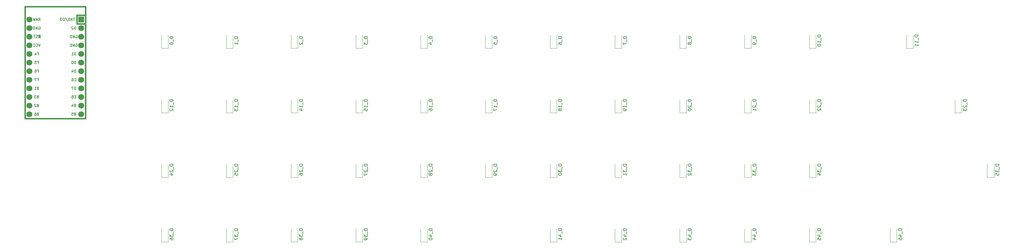
<source format=gbr>
G04 #@! TF.GenerationSoftware,KiCad,Pcbnew,(6.0.7)*
G04 #@! TF.CreationDate,2022-10-02T14:26:17-07:00*
G04 #@! TF.ProjectId,keyboard,6b657962-6f61-4726-942e-6b696361645f,rev?*
G04 #@! TF.SameCoordinates,Original*
G04 #@! TF.FileFunction,Legend,Bot*
G04 #@! TF.FilePolarity,Positive*
%FSLAX46Y46*%
G04 Gerber Fmt 4.6, Leading zero omitted, Abs format (unit mm)*
G04 Created by KiCad (PCBNEW (6.0.7)) date 2022-10-02 14:26:17*
%MOMM*%
%LPD*%
G01*
G04 APERTURE LIST*
%ADD10C,0.150000*%
%ADD11C,0.381000*%
%ADD12C,0.120000*%
%ADD13R,1.752600X1.752600*%
%ADD14C,1.752600*%
G04 APERTURE END LIST*
D10*
X72225934Y-54353857D02*
X72111648Y-54391952D01*
X72073553Y-54430047D01*
X72035458Y-54506238D01*
X72035458Y-54620523D01*
X72073553Y-54696714D01*
X72111648Y-54734809D01*
X72187839Y-54772904D01*
X72492601Y-54772904D01*
X72492601Y-53972904D01*
X72225934Y-53972904D01*
X72149744Y-54011000D01*
X72111648Y-54049095D01*
X72073553Y-54125285D01*
X72073553Y-54201476D01*
X72111648Y-54277666D01*
X72149744Y-54315761D01*
X72225934Y-54353857D01*
X72492601Y-54353857D01*
X71730696Y-54049095D02*
X71692601Y-54011000D01*
X71616410Y-53972904D01*
X71425934Y-53972904D01*
X71349744Y-54011000D01*
X71311648Y-54049095D01*
X71273553Y-54125285D01*
X71273553Y-54201476D01*
X71311648Y-54315761D01*
X71768791Y-54772904D01*
X71273553Y-54772904D01*
X72168791Y-46733857D02*
X72435458Y-46733857D01*
X72435458Y-47152904D02*
X72435458Y-46352904D01*
X72054505Y-46352904D01*
X71825934Y-46352904D02*
X71292601Y-46352904D01*
X71635458Y-47152904D01*
X72168791Y-44193857D02*
X72435458Y-44193857D01*
X72435458Y-44612904D02*
X72435458Y-43812904D01*
X72054505Y-43812904D01*
X71406886Y-43812904D02*
X71559267Y-43812904D01*
X71635458Y-43851000D01*
X71673553Y-43889095D01*
X71749744Y-44003380D01*
X71787839Y-44155761D01*
X71787839Y-44460523D01*
X71749744Y-44536714D01*
X71711648Y-44574809D01*
X71635458Y-44612904D01*
X71483077Y-44612904D01*
X71406886Y-44574809D01*
X71368791Y-44536714D01*
X71330696Y-44460523D01*
X71330696Y-44270047D01*
X71368791Y-44193857D01*
X71406886Y-44155761D01*
X71483077Y-44117666D01*
X71635458Y-44117666D01*
X71711648Y-44155761D01*
X71749744Y-44193857D01*
X71787839Y-44270047D01*
X72168791Y-41653857D02*
X72435458Y-41653857D01*
X72435458Y-42072904D02*
X72435458Y-41272904D01*
X72054505Y-41272904D01*
X71368791Y-41272904D02*
X71749744Y-41272904D01*
X71787839Y-41653857D01*
X71749744Y-41615761D01*
X71673553Y-41577666D01*
X71483077Y-41577666D01*
X71406886Y-41615761D01*
X71368791Y-41653857D01*
X71330696Y-41730047D01*
X71330696Y-41920523D01*
X71368791Y-41996714D01*
X71406886Y-42034809D01*
X71483077Y-42072904D01*
X71673553Y-42072904D01*
X71749744Y-42034809D01*
X71787839Y-41996714D01*
X72454505Y-29372904D02*
X72721172Y-28991952D01*
X72911648Y-29372904D02*
X72911648Y-28572904D01*
X72606886Y-28572904D01*
X72530696Y-28611000D01*
X72492601Y-28649095D01*
X72454505Y-28725285D01*
X72454505Y-28839571D01*
X72492601Y-28915761D01*
X72530696Y-28953857D01*
X72606886Y-28991952D01*
X72911648Y-28991952D01*
X72149744Y-29144333D02*
X71768791Y-29144333D01*
X72225934Y-29372904D02*
X71959267Y-28572904D01*
X71692601Y-29372904D01*
X71502125Y-28572904D02*
X71311648Y-29372904D01*
X71159267Y-28801476D01*
X71006886Y-29372904D01*
X70816410Y-28572904D01*
X72511648Y-31151000D02*
X72587839Y-31112904D01*
X72702125Y-31112904D01*
X72816410Y-31151000D01*
X72892601Y-31227190D01*
X72930696Y-31303380D01*
X72968791Y-31455761D01*
X72968791Y-31570047D01*
X72930696Y-31722428D01*
X72892601Y-31798619D01*
X72816410Y-31874809D01*
X72702125Y-31912904D01*
X72625934Y-31912904D01*
X72511648Y-31874809D01*
X72473553Y-31836714D01*
X72473553Y-31570047D01*
X72625934Y-31570047D01*
X72130696Y-31912904D02*
X72130696Y-31112904D01*
X71673553Y-31912904D01*
X71673553Y-31112904D01*
X71292601Y-31912904D02*
X71292601Y-31112904D01*
X71102125Y-31112904D01*
X70987839Y-31151000D01*
X70911648Y-31227190D01*
X70873553Y-31303380D01*
X70835458Y-31455761D01*
X70835458Y-31570047D01*
X70873553Y-31722428D01*
X70911648Y-31798619D01*
X70987839Y-31874809D01*
X71102125Y-31912904D01*
X71292601Y-31912904D01*
X72163338Y-34384809D02*
X72049052Y-34422904D01*
X71858576Y-34422904D01*
X71782385Y-34384809D01*
X71744290Y-34346714D01*
X71706195Y-34270523D01*
X71706195Y-34194333D01*
X71744290Y-34118142D01*
X71782385Y-34080047D01*
X71858576Y-34041952D01*
X72010957Y-34003857D01*
X72087147Y-33965761D01*
X72125243Y-33927666D01*
X72163338Y-33851476D01*
X72163338Y-33775285D01*
X72125243Y-33699095D01*
X72087147Y-33661000D01*
X72010957Y-33622904D01*
X71820481Y-33622904D01*
X71706195Y-33661000D01*
X71477624Y-33622904D02*
X71020481Y-33622904D01*
X71249052Y-34422904D02*
X71249052Y-33622904D01*
X72968791Y-36192904D02*
X72702125Y-36992904D01*
X72435458Y-36192904D01*
X71711648Y-36916714D02*
X71749744Y-36954809D01*
X71864029Y-36992904D01*
X71940220Y-36992904D01*
X72054505Y-36954809D01*
X72130696Y-36878619D01*
X72168791Y-36802428D01*
X72206886Y-36650047D01*
X72206886Y-36535761D01*
X72168791Y-36383380D01*
X72130696Y-36307190D01*
X72054505Y-36231000D01*
X71940220Y-36192904D01*
X71864029Y-36192904D01*
X71749744Y-36231000D01*
X71711648Y-36269095D01*
X70911648Y-36916714D02*
X70949744Y-36954809D01*
X71064029Y-36992904D01*
X71140220Y-36992904D01*
X71254505Y-36954809D01*
X71330696Y-36878619D01*
X71368791Y-36802428D01*
X71406886Y-36650047D01*
X71406886Y-36535761D01*
X71368791Y-36383380D01*
X71330696Y-36307190D01*
X71254505Y-36231000D01*
X71140220Y-36192904D01*
X71064029Y-36192904D01*
X70949744Y-36231000D01*
X70911648Y-36269095D01*
X72168791Y-39113857D02*
X72435458Y-39113857D01*
X72435458Y-39532904D02*
X72435458Y-38732904D01*
X72054505Y-38732904D01*
X71406886Y-38999571D02*
X71406886Y-39532904D01*
X71597363Y-38694809D02*
X71787839Y-39266238D01*
X71292601Y-39266238D01*
X72225934Y-49273857D02*
X72111648Y-49311952D01*
X72073553Y-49350047D01*
X72035458Y-49426238D01*
X72035458Y-49540523D01*
X72073553Y-49616714D01*
X72111648Y-49654809D01*
X72187839Y-49692904D01*
X72492601Y-49692904D01*
X72492601Y-48892904D01*
X72225934Y-48892904D01*
X72149744Y-48931000D01*
X72111648Y-48969095D01*
X72073553Y-49045285D01*
X72073553Y-49121476D01*
X72111648Y-49197666D01*
X72149744Y-49235761D01*
X72225934Y-49273857D01*
X72492601Y-49273857D01*
X71273553Y-49692904D02*
X71730696Y-49692904D01*
X71502125Y-49692904D02*
X71502125Y-48892904D01*
X71578315Y-49007190D01*
X71654505Y-49083380D01*
X71730696Y-49121476D01*
X72225934Y-51813857D02*
X72111648Y-51851952D01*
X72073553Y-51890047D01*
X72035458Y-51966238D01*
X72035458Y-52080523D01*
X72073553Y-52156714D01*
X72111648Y-52194809D01*
X72187839Y-52232904D01*
X72492601Y-52232904D01*
X72492601Y-51432904D01*
X72225934Y-51432904D01*
X72149744Y-51471000D01*
X72111648Y-51509095D01*
X72073553Y-51585285D01*
X72073553Y-51661476D01*
X72111648Y-51737666D01*
X72149744Y-51775761D01*
X72225934Y-51813857D01*
X72492601Y-51813857D01*
X71768791Y-51432904D02*
X71273553Y-51432904D01*
X71540220Y-51737666D01*
X71425934Y-51737666D01*
X71349744Y-51775761D01*
X71311648Y-51813857D01*
X71273553Y-51890047D01*
X71273553Y-52080523D01*
X71311648Y-52156714D01*
X71349744Y-52194809D01*
X71425934Y-52232904D01*
X71654505Y-52232904D01*
X71730696Y-52194809D01*
X71768791Y-52156714D01*
X72225934Y-56893857D02*
X72111648Y-56931952D01*
X72073553Y-56970047D01*
X72035458Y-57046238D01*
X72035458Y-57160523D01*
X72073553Y-57236714D01*
X72111648Y-57274809D01*
X72187839Y-57312904D01*
X72492601Y-57312904D01*
X72492601Y-56512904D01*
X72225934Y-56512904D01*
X72149744Y-56551000D01*
X72111648Y-56589095D01*
X72073553Y-56665285D01*
X72073553Y-56741476D01*
X72111648Y-56817666D01*
X72149744Y-56855761D01*
X72225934Y-56893857D01*
X72492601Y-56893857D01*
X71349744Y-56512904D02*
X71502125Y-56512904D01*
X71578315Y-56551000D01*
X71616410Y-56589095D01*
X71692601Y-56703380D01*
X71730696Y-56855761D01*
X71730696Y-57160523D01*
X71692601Y-57236714D01*
X71654505Y-57274809D01*
X71578315Y-57312904D01*
X71425934Y-57312904D01*
X71349744Y-57274809D01*
X71311648Y-57236714D01*
X71273553Y-57160523D01*
X71273553Y-56970047D01*
X71311648Y-56893857D01*
X71349744Y-56855761D01*
X71425934Y-56817666D01*
X71578315Y-56817666D01*
X71654505Y-56855761D01*
X71692601Y-56893857D01*
X71730696Y-56970047D01*
X83147934Y-56893857D02*
X83033648Y-56931952D01*
X82995553Y-56970047D01*
X82957458Y-57046238D01*
X82957458Y-57160523D01*
X82995553Y-57236714D01*
X83033648Y-57274809D01*
X83109839Y-57312904D01*
X83414601Y-57312904D01*
X83414601Y-56512904D01*
X83147934Y-56512904D01*
X83071744Y-56551000D01*
X83033648Y-56589095D01*
X82995553Y-56665285D01*
X82995553Y-56741476D01*
X83033648Y-56817666D01*
X83071744Y-56855761D01*
X83147934Y-56893857D01*
X83414601Y-56893857D01*
X82233648Y-56512904D02*
X82614601Y-56512904D01*
X82652696Y-56893857D01*
X82614601Y-56855761D01*
X82538410Y-56817666D01*
X82347934Y-56817666D01*
X82271744Y-56855761D01*
X82233648Y-56893857D01*
X82195553Y-56970047D01*
X82195553Y-57160523D01*
X82233648Y-57236714D01*
X82271744Y-57274809D01*
X82347934Y-57312904D01*
X82538410Y-57312904D01*
X82614601Y-57274809D01*
X82652696Y-57236714D01*
X83147934Y-54353857D02*
X83033648Y-54391952D01*
X82995553Y-54430047D01*
X82957458Y-54506238D01*
X82957458Y-54620523D01*
X82995553Y-54696714D01*
X83033648Y-54734809D01*
X83109839Y-54772904D01*
X83414601Y-54772904D01*
X83414601Y-53972904D01*
X83147934Y-53972904D01*
X83071744Y-54011000D01*
X83033648Y-54049095D01*
X82995553Y-54125285D01*
X82995553Y-54201476D01*
X83033648Y-54277666D01*
X83071744Y-54315761D01*
X83147934Y-54353857D01*
X83414601Y-54353857D01*
X82271744Y-54239571D02*
X82271744Y-54772904D01*
X82462220Y-53934809D02*
X82652696Y-54506238D01*
X82157458Y-54506238D01*
X83376505Y-51813857D02*
X83109839Y-51813857D01*
X82995553Y-52232904D02*
X83376505Y-52232904D01*
X83376505Y-51432904D01*
X82995553Y-51432904D01*
X82309839Y-51432904D02*
X82462220Y-51432904D01*
X82538410Y-51471000D01*
X82576505Y-51509095D01*
X82652696Y-51623380D01*
X82690791Y-51775761D01*
X82690791Y-52080523D01*
X82652696Y-52156714D01*
X82614601Y-52194809D01*
X82538410Y-52232904D01*
X82386029Y-52232904D01*
X82309839Y-52194809D01*
X82271744Y-52156714D01*
X82233648Y-52080523D01*
X82233648Y-51890047D01*
X82271744Y-51813857D01*
X82309839Y-51775761D01*
X82386029Y-51737666D01*
X82538410Y-51737666D01*
X82614601Y-51775761D01*
X82652696Y-51813857D01*
X82690791Y-51890047D01*
X83414601Y-49692904D02*
X83414601Y-48892904D01*
X83224125Y-48892904D01*
X83109839Y-48931000D01*
X83033648Y-49007190D01*
X82995553Y-49083380D01*
X82957458Y-49235761D01*
X82957458Y-49350047D01*
X82995553Y-49502428D01*
X83033648Y-49578619D01*
X83109839Y-49654809D01*
X83224125Y-49692904D01*
X83414601Y-49692904D01*
X82690791Y-48892904D02*
X82157458Y-48892904D01*
X82500315Y-49692904D01*
X82957458Y-47076714D02*
X82995553Y-47114809D01*
X83109839Y-47152904D01*
X83186029Y-47152904D01*
X83300315Y-47114809D01*
X83376505Y-47038619D01*
X83414601Y-46962428D01*
X83452696Y-46810047D01*
X83452696Y-46695761D01*
X83414601Y-46543380D01*
X83376505Y-46467190D01*
X83300315Y-46391000D01*
X83186029Y-46352904D01*
X83109839Y-46352904D01*
X82995553Y-46391000D01*
X82957458Y-46429095D01*
X82271744Y-46352904D02*
X82424125Y-46352904D01*
X82500315Y-46391000D01*
X82538410Y-46429095D01*
X82614601Y-46543380D01*
X82652696Y-46695761D01*
X82652696Y-47000523D01*
X82614601Y-47076714D01*
X82576505Y-47114809D01*
X82500315Y-47152904D01*
X82347934Y-47152904D01*
X82271744Y-47114809D01*
X82233648Y-47076714D01*
X82195553Y-47000523D01*
X82195553Y-46810047D01*
X82233648Y-46733857D01*
X82271744Y-46695761D01*
X82347934Y-46657666D01*
X82500315Y-46657666D01*
X82576505Y-46695761D01*
X82614601Y-46733857D01*
X82652696Y-46810047D01*
X83414601Y-44612904D02*
X83414601Y-43812904D01*
X83224125Y-43812904D01*
X83109839Y-43851000D01*
X83033648Y-43927190D01*
X82995553Y-44003380D01*
X82957458Y-44155761D01*
X82957458Y-44270047D01*
X82995553Y-44422428D01*
X83033648Y-44498619D01*
X83109839Y-44574809D01*
X83224125Y-44612904D01*
X83414601Y-44612904D01*
X82271744Y-44079571D02*
X82271744Y-44612904D01*
X82462220Y-43774809D02*
X82652696Y-44346238D01*
X82157458Y-44346238D01*
X83433648Y-33691000D02*
X83509839Y-33652904D01*
X83624125Y-33652904D01*
X83738410Y-33691000D01*
X83814601Y-33767190D01*
X83852696Y-33843380D01*
X83890791Y-33995761D01*
X83890791Y-34110047D01*
X83852696Y-34262428D01*
X83814601Y-34338619D01*
X83738410Y-34414809D01*
X83624125Y-34452904D01*
X83547934Y-34452904D01*
X83433648Y-34414809D01*
X83395553Y-34376714D01*
X83395553Y-34110047D01*
X83547934Y-34110047D01*
X83052696Y-34452904D02*
X83052696Y-33652904D01*
X82595553Y-34452904D01*
X82595553Y-33652904D01*
X82214601Y-34452904D02*
X82214601Y-33652904D01*
X82024125Y-33652904D01*
X81909839Y-33691000D01*
X81833648Y-33767190D01*
X81795553Y-33843380D01*
X81757458Y-33995761D01*
X81757458Y-34110047D01*
X81795553Y-34262428D01*
X81833648Y-34338619D01*
X81909839Y-34414809D01*
X82024125Y-34452904D01*
X82214601Y-34452904D01*
X83433648Y-36231000D02*
X83509839Y-36192904D01*
X83624125Y-36192904D01*
X83738410Y-36231000D01*
X83814601Y-36307190D01*
X83852696Y-36383380D01*
X83890791Y-36535761D01*
X83890791Y-36650047D01*
X83852696Y-36802428D01*
X83814601Y-36878619D01*
X83738410Y-36954809D01*
X83624125Y-36992904D01*
X83547934Y-36992904D01*
X83433648Y-36954809D01*
X83395553Y-36916714D01*
X83395553Y-36650047D01*
X83547934Y-36650047D01*
X83052696Y-36992904D02*
X83052696Y-36192904D01*
X82595553Y-36992904D01*
X82595553Y-36192904D01*
X82214601Y-36992904D02*
X82214601Y-36192904D01*
X82024125Y-36192904D01*
X81909839Y-36231000D01*
X81833648Y-36307190D01*
X81795553Y-36383380D01*
X81757458Y-36535761D01*
X81757458Y-36650047D01*
X81795553Y-36802428D01*
X81833648Y-36878619D01*
X81909839Y-36954809D01*
X82024125Y-36992904D01*
X82214601Y-36992904D01*
X83414601Y-39532904D02*
X83414601Y-38732904D01*
X83224125Y-38732904D01*
X83109839Y-38771000D01*
X83033648Y-38847190D01*
X82995553Y-38923380D01*
X82957458Y-39075761D01*
X82957458Y-39190047D01*
X82995553Y-39342428D01*
X83033648Y-39418619D01*
X83109839Y-39494809D01*
X83224125Y-39532904D01*
X83414601Y-39532904D01*
X82195553Y-39532904D02*
X82652696Y-39532904D01*
X82424125Y-39532904D02*
X82424125Y-38732904D01*
X82500315Y-38847190D01*
X82576505Y-38923380D01*
X82652696Y-38961476D01*
X83414601Y-42072904D02*
X83414601Y-41272904D01*
X83224125Y-41272904D01*
X83109839Y-41311000D01*
X83033648Y-41387190D01*
X82995553Y-41463380D01*
X82957458Y-41615761D01*
X82957458Y-41730047D01*
X82995553Y-41882428D01*
X83033648Y-41958619D01*
X83109839Y-42034809D01*
X83224125Y-42072904D01*
X83414601Y-42072904D01*
X82462220Y-41272904D02*
X82386029Y-41272904D01*
X82309839Y-41311000D01*
X82271744Y-41349095D01*
X82233648Y-41425285D01*
X82195553Y-41577666D01*
X82195553Y-41768142D01*
X82233648Y-41920523D01*
X82271744Y-41996714D01*
X82309839Y-42034809D01*
X82386029Y-42072904D01*
X82462220Y-42072904D01*
X82538410Y-42034809D01*
X82576505Y-41996714D01*
X82614601Y-41920523D01*
X82652696Y-41768142D01*
X82652696Y-41577666D01*
X82614601Y-41425285D01*
X82576505Y-41349095D01*
X82538410Y-41311000D01*
X82462220Y-41272904D01*
X83414601Y-31912904D02*
X83414601Y-31112904D01*
X83224125Y-31112904D01*
X83109839Y-31151000D01*
X83033648Y-31227190D01*
X82995553Y-31303380D01*
X82957458Y-31455761D01*
X82957458Y-31570047D01*
X82995553Y-31722428D01*
X83033648Y-31798619D01*
X83109839Y-31874809D01*
X83224125Y-31912904D01*
X83414601Y-31912904D01*
X82652696Y-31189095D02*
X82614601Y-31151000D01*
X82538410Y-31112904D01*
X82347934Y-31112904D01*
X82271744Y-31151000D01*
X82233648Y-31189095D01*
X82195553Y-31265285D01*
X82195553Y-31341476D01*
X82233648Y-31455761D01*
X82690791Y-31912904D01*
X82195553Y-31912904D01*
X83125473Y-28572904D02*
X82668330Y-28572904D01*
X82896901Y-29372904D02*
X82896901Y-28572904D01*
X82477854Y-28572904D02*
X81944520Y-29372904D01*
X81944520Y-28572904D02*
X82477854Y-29372904D01*
X81487377Y-28572904D02*
X81411187Y-28572904D01*
X81334997Y-28611000D01*
X81296901Y-28649095D01*
X81258806Y-28725285D01*
X81220711Y-28877666D01*
X81220711Y-29068142D01*
X81258806Y-29220523D01*
X81296901Y-29296714D01*
X81334997Y-29334809D01*
X81411187Y-29372904D01*
X81487377Y-29372904D01*
X81563568Y-29334809D01*
X81601663Y-29296714D01*
X81639758Y-29220523D01*
X81677854Y-29068142D01*
X81677854Y-28877666D01*
X81639758Y-28725285D01*
X81601663Y-28649095D01*
X81563568Y-28611000D01*
X81487377Y-28572904D01*
X80306425Y-28534809D02*
X80992139Y-29563380D01*
X80039758Y-29372904D02*
X80039758Y-28572904D01*
X79849282Y-28572904D01*
X79734997Y-28611000D01*
X79658806Y-28687190D01*
X79620711Y-28763380D01*
X79582616Y-28915761D01*
X79582616Y-29030047D01*
X79620711Y-29182428D01*
X79658806Y-29258619D01*
X79734997Y-29334809D01*
X79849282Y-29372904D01*
X80039758Y-29372904D01*
X79315949Y-28572904D02*
X78820711Y-28572904D01*
X79087377Y-28877666D01*
X78973092Y-28877666D01*
X78896901Y-28915761D01*
X78858806Y-28953857D01*
X78820711Y-29030047D01*
X78820711Y-29220523D01*
X78858806Y-29296714D01*
X78896901Y-29334809D01*
X78973092Y-29372904D01*
X79201663Y-29372904D01*
X79277854Y-29334809D01*
X79315949Y-29296714D01*
X131076005Y-52680761D02*
X130076005Y-52680761D01*
X130076005Y-52918857D01*
X130123625Y-53061714D01*
X130218863Y-53156952D01*
X130314101Y-53204571D01*
X130504577Y-53252190D01*
X130647434Y-53252190D01*
X130837910Y-53204571D01*
X130933148Y-53156952D01*
X131028386Y-53061714D01*
X131076005Y-52918857D01*
X131076005Y-52680761D01*
X131171244Y-53442666D02*
X131171244Y-54204571D01*
X131076005Y-54966476D02*
X131076005Y-54395047D01*
X131076005Y-54680761D02*
X130076005Y-54680761D01*
X130218863Y-54585523D01*
X130314101Y-54490285D01*
X130361720Y-54395047D01*
X130076005Y-55299809D02*
X130076005Y-55918857D01*
X130456958Y-55585523D01*
X130456958Y-55728380D01*
X130504577Y-55823619D01*
X130552196Y-55871238D01*
X130647434Y-55918857D01*
X130885529Y-55918857D01*
X130980767Y-55871238D01*
X131028386Y-55823619D01*
X131076005Y-55728380D01*
X131076005Y-55442666D01*
X131028386Y-55347428D01*
X130980767Y-55299809D01*
X150126005Y-34106952D02*
X149126005Y-34106952D01*
X149126005Y-34345047D01*
X149173625Y-34487904D01*
X149268863Y-34583142D01*
X149364101Y-34630761D01*
X149554577Y-34678380D01*
X149697434Y-34678380D01*
X149887910Y-34630761D01*
X149983148Y-34583142D01*
X150078386Y-34487904D01*
X150126005Y-34345047D01*
X150126005Y-34106952D01*
X150221244Y-34868857D02*
X150221244Y-35630761D01*
X149221244Y-35821238D02*
X149173625Y-35868857D01*
X149126005Y-35964095D01*
X149126005Y-36202190D01*
X149173625Y-36297428D01*
X149221244Y-36345047D01*
X149316482Y-36392666D01*
X149411720Y-36392666D01*
X149554577Y-36345047D01*
X150126005Y-35773619D01*
X150126005Y-36392666D01*
X302526005Y-52680761D02*
X301526005Y-52680761D01*
X301526005Y-52918857D01*
X301573625Y-53061714D01*
X301668863Y-53156952D01*
X301764101Y-53204571D01*
X301954577Y-53252190D01*
X302097434Y-53252190D01*
X302287910Y-53204571D01*
X302383148Y-53156952D01*
X302478386Y-53061714D01*
X302526005Y-52918857D01*
X302526005Y-52680761D01*
X302621244Y-53442666D02*
X302621244Y-54204571D01*
X301621244Y-54395047D02*
X301573625Y-54442666D01*
X301526005Y-54537904D01*
X301526005Y-54776000D01*
X301573625Y-54871238D01*
X301621244Y-54918857D01*
X301716482Y-54966476D01*
X301811720Y-54966476D01*
X301954577Y-54918857D01*
X302526005Y-54347428D01*
X302526005Y-54966476D01*
X301621244Y-55347428D02*
X301573625Y-55395047D01*
X301526005Y-55490285D01*
X301526005Y-55728380D01*
X301573625Y-55823619D01*
X301621244Y-55871238D01*
X301716482Y-55918857D01*
X301811720Y-55918857D01*
X301954577Y-55871238D01*
X302526005Y-55299809D01*
X302526005Y-55918857D01*
X345388505Y-52680761D02*
X344388505Y-52680761D01*
X344388505Y-52918857D01*
X344436125Y-53061714D01*
X344531363Y-53156952D01*
X344626601Y-53204571D01*
X344817077Y-53252190D01*
X344959934Y-53252190D01*
X345150410Y-53204571D01*
X345245648Y-53156952D01*
X345340886Y-53061714D01*
X345388505Y-52918857D01*
X345388505Y-52680761D01*
X345483744Y-53442666D02*
X345483744Y-54204571D01*
X344483744Y-54395047D02*
X344436125Y-54442666D01*
X344388505Y-54537904D01*
X344388505Y-54776000D01*
X344436125Y-54871238D01*
X344483744Y-54918857D01*
X344578982Y-54966476D01*
X344674220Y-54966476D01*
X344817077Y-54918857D01*
X345388505Y-54347428D01*
X345388505Y-54966476D01*
X344388505Y-55299809D02*
X344388505Y-55918857D01*
X344769458Y-55585523D01*
X344769458Y-55728380D01*
X344817077Y-55823619D01*
X344864696Y-55871238D01*
X344959934Y-55918857D01*
X345198029Y-55918857D01*
X345293267Y-55871238D01*
X345340886Y-55823619D01*
X345388505Y-55728380D01*
X345388505Y-55442666D01*
X345340886Y-55347428D01*
X345293267Y-55299809D01*
X264426005Y-71730761D02*
X263426005Y-71730761D01*
X263426005Y-71968857D01*
X263473625Y-72111714D01*
X263568863Y-72206952D01*
X263664101Y-72254571D01*
X263854577Y-72302190D01*
X263997434Y-72302190D01*
X264187910Y-72254571D01*
X264283148Y-72206952D01*
X264378386Y-72111714D01*
X264426005Y-71968857D01*
X264426005Y-71730761D01*
X264521244Y-72492666D02*
X264521244Y-73254571D01*
X263426005Y-73397428D02*
X263426005Y-74016476D01*
X263806958Y-73683142D01*
X263806958Y-73826000D01*
X263854577Y-73921238D01*
X263902196Y-73968857D01*
X263997434Y-74016476D01*
X264235529Y-74016476D01*
X264330767Y-73968857D01*
X264378386Y-73921238D01*
X264426005Y-73826000D01*
X264426005Y-73540285D01*
X264378386Y-73445047D01*
X264330767Y-73397428D01*
X263521244Y-74397428D02*
X263473625Y-74445047D01*
X263426005Y-74540285D01*
X263426005Y-74778380D01*
X263473625Y-74873619D01*
X263521244Y-74921238D01*
X263616482Y-74968857D01*
X263711720Y-74968857D01*
X263854577Y-74921238D01*
X264426005Y-74349809D01*
X264426005Y-74968857D01*
X264426005Y-34106952D02*
X263426005Y-34106952D01*
X263426005Y-34345047D01*
X263473625Y-34487904D01*
X263568863Y-34583142D01*
X263664101Y-34630761D01*
X263854577Y-34678380D01*
X263997434Y-34678380D01*
X264187910Y-34630761D01*
X264283148Y-34583142D01*
X264378386Y-34487904D01*
X264426005Y-34345047D01*
X264426005Y-34106952D01*
X264521244Y-34868857D02*
X264521244Y-35630761D01*
X263854577Y-36011714D02*
X263806958Y-35916476D01*
X263759339Y-35868857D01*
X263664101Y-35821238D01*
X263616482Y-35821238D01*
X263521244Y-35868857D01*
X263473625Y-35916476D01*
X263426005Y-36011714D01*
X263426005Y-36202190D01*
X263473625Y-36297428D01*
X263521244Y-36345047D01*
X263616482Y-36392666D01*
X263664101Y-36392666D01*
X263759339Y-36345047D01*
X263806958Y-36297428D01*
X263854577Y-36202190D01*
X263854577Y-36011714D01*
X263902196Y-35916476D01*
X263949815Y-35868857D01*
X264045053Y-35821238D01*
X264235529Y-35821238D01*
X264330767Y-35868857D01*
X264378386Y-35916476D01*
X264426005Y-36011714D01*
X264426005Y-36202190D01*
X264378386Y-36297428D01*
X264330767Y-36345047D01*
X264235529Y-36392666D01*
X264045053Y-36392666D01*
X263949815Y-36345047D01*
X263902196Y-36297428D01*
X263854577Y-36202190D01*
X131076005Y-90780761D02*
X130076005Y-90780761D01*
X130076005Y-91018857D01*
X130123625Y-91161714D01*
X130218863Y-91256952D01*
X130314101Y-91304571D01*
X130504577Y-91352190D01*
X130647434Y-91352190D01*
X130837910Y-91304571D01*
X130933148Y-91256952D01*
X131028386Y-91161714D01*
X131076005Y-91018857D01*
X131076005Y-90780761D01*
X131171244Y-91542666D02*
X131171244Y-92304571D01*
X130076005Y-92447428D02*
X130076005Y-93066476D01*
X130456958Y-92733142D01*
X130456958Y-92876000D01*
X130504577Y-92971238D01*
X130552196Y-93018857D01*
X130647434Y-93066476D01*
X130885529Y-93066476D01*
X130980767Y-93018857D01*
X131028386Y-92971238D01*
X131076005Y-92876000D01*
X131076005Y-92590285D01*
X131028386Y-92495047D01*
X130980767Y-92447428D01*
X130076005Y-93399809D02*
X130076005Y-94066476D01*
X131076005Y-93637904D01*
X354913505Y-71730761D02*
X353913505Y-71730761D01*
X353913505Y-71968857D01*
X353961125Y-72111714D01*
X354056363Y-72206952D01*
X354151601Y-72254571D01*
X354342077Y-72302190D01*
X354484934Y-72302190D01*
X354675410Y-72254571D01*
X354770648Y-72206952D01*
X354865886Y-72111714D01*
X354913505Y-71968857D01*
X354913505Y-71730761D01*
X355008744Y-72492666D02*
X355008744Y-73254571D01*
X353913505Y-73397428D02*
X353913505Y-74016476D01*
X354294458Y-73683142D01*
X354294458Y-73826000D01*
X354342077Y-73921238D01*
X354389696Y-73968857D01*
X354484934Y-74016476D01*
X354723029Y-74016476D01*
X354818267Y-73968857D01*
X354865886Y-73921238D01*
X354913505Y-73826000D01*
X354913505Y-73540285D01*
X354865886Y-73445047D01*
X354818267Y-73397428D01*
X353913505Y-74921238D02*
X353913505Y-74445047D01*
X354389696Y-74397428D01*
X354342077Y-74445047D01*
X354294458Y-74540285D01*
X354294458Y-74778380D01*
X354342077Y-74873619D01*
X354389696Y-74921238D01*
X354484934Y-74968857D01*
X354723029Y-74968857D01*
X354818267Y-74921238D01*
X354865886Y-74873619D01*
X354913505Y-74778380D01*
X354913505Y-74540285D01*
X354865886Y-74445047D01*
X354818267Y-74397428D01*
X112026005Y-90780761D02*
X111026005Y-90780761D01*
X111026005Y-91018857D01*
X111073625Y-91161714D01*
X111168863Y-91256952D01*
X111264101Y-91304571D01*
X111454577Y-91352190D01*
X111597434Y-91352190D01*
X111787910Y-91304571D01*
X111883148Y-91256952D01*
X111978386Y-91161714D01*
X112026005Y-91018857D01*
X112026005Y-90780761D01*
X112121244Y-91542666D02*
X112121244Y-92304571D01*
X111026005Y-92447428D02*
X111026005Y-93066476D01*
X111406958Y-92733142D01*
X111406958Y-92876000D01*
X111454577Y-92971238D01*
X111502196Y-93018857D01*
X111597434Y-93066476D01*
X111835529Y-93066476D01*
X111930767Y-93018857D01*
X111978386Y-92971238D01*
X112026005Y-92876000D01*
X112026005Y-92590285D01*
X111978386Y-92495047D01*
X111930767Y-92447428D01*
X111026005Y-93923619D02*
X111026005Y-93733142D01*
X111073625Y-93637904D01*
X111121244Y-93590285D01*
X111264101Y-93495047D01*
X111454577Y-93447428D01*
X111835529Y-93447428D01*
X111930767Y-93495047D01*
X111978386Y-93542666D01*
X112026005Y-93637904D01*
X112026005Y-93828380D01*
X111978386Y-93923619D01*
X111930767Y-93971238D01*
X111835529Y-94018857D01*
X111597434Y-94018857D01*
X111502196Y-93971238D01*
X111454577Y-93923619D01*
X111406958Y-93828380D01*
X111406958Y-93637904D01*
X111454577Y-93542666D01*
X111502196Y-93495047D01*
X111597434Y-93447428D01*
X302526005Y-33630761D02*
X301526005Y-33630761D01*
X301526005Y-33868857D01*
X301573625Y-34011714D01*
X301668863Y-34106952D01*
X301764101Y-34154571D01*
X301954577Y-34202190D01*
X302097434Y-34202190D01*
X302287910Y-34154571D01*
X302383148Y-34106952D01*
X302478386Y-34011714D01*
X302526005Y-33868857D01*
X302526005Y-33630761D01*
X302621244Y-34392666D02*
X302621244Y-35154571D01*
X302526005Y-35916476D02*
X302526005Y-35345047D01*
X302526005Y-35630761D02*
X301526005Y-35630761D01*
X301668863Y-35535523D01*
X301764101Y-35440285D01*
X301811720Y-35345047D01*
X301526005Y-36535523D02*
X301526005Y-36630761D01*
X301573625Y-36726000D01*
X301621244Y-36773619D01*
X301716482Y-36821238D01*
X301906958Y-36868857D01*
X302145053Y-36868857D01*
X302335529Y-36821238D01*
X302430767Y-36773619D01*
X302478386Y-36726000D01*
X302526005Y-36630761D01*
X302526005Y-36535523D01*
X302478386Y-36440285D01*
X302430767Y-36392666D01*
X302335529Y-36345047D01*
X302145053Y-36297428D01*
X301906958Y-36297428D01*
X301716482Y-36345047D01*
X301621244Y-36392666D01*
X301573625Y-36440285D01*
X301526005Y-36535523D01*
X131076005Y-34106952D02*
X130076005Y-34106952D01*
X130076005Y-34345047D01*
X130123625Y-34487904D01*
X130218863Y-34583142D01*
X130314101Y-34630761D01*
X130504577Y-34678380D01*
X130647434Y-34678380D01*
X130837910Y-34630761D01*
X130933148Y-34583142D01*
X131028386Y-34487904D01*
X131076005Y-34345047D01*
X131076005Y-34106952D01*
X131171244Y-34868857D02*
X131171244Y-35630761D01*
X131076005Y-36392666D02*
X131076005Y-35821238D01*
X131076005Y-36106952D02*
X130076005Y-36106952D01*
X130218863Y-36011714D01*
X130314101Y-35916476D01*
X130361720Y-35821238D01*
X245376005Y-71730761D02*
X244376005Y-71730761D01*
X244376005Y-71968857D01*
X244423625Y-72111714D01*
X244518863Y-72206952D01*
X244614101Y-72254571D01*
X244804577Y-72302190D01*
X244947434Y-72302190D01*
X245137910Y-72254571D01*
X245233148Y-72206952D01*
X245328386Y-72111714D01*
X245376005Y-71968857D01*
X245376005Y-71730761D01*
X245471244Y-72492666D02*
X245471244Y-73254571D01*
X244376005Y-73397428D02*
X244376005Y-74016476D01*
X244756958Y-73683142D01*
X244756958Y-73826000D01*
X244804577Y-73921238D01*
X244852196Y-73968857D01*
X244947434Y-74016476D01*
X245185529Y-74016476D01*
X245280767Y-73968857D01*
X245328386Y-73921238D01*
X245376005Y-73826000D01*
X245376005Y-73540285D01*
X245328386Y-73445047D01*
X245280767Y-73397428D01*
X245376005Y-74968857D02*
X245376005Y-74397428D01*
X245376005Y-74683142D02*
X244376005Y-74683142D01*
X244518863Y-74587904D01*
X244614101Y-74492666D01*
X244661720Y-74397428D01*
X283476005Y-90780761D02*
X282476005Y-90780761D01*
X282476005Y-91018857D01*
X282523625Y-91161714D01*
X282618863Y-91256952D01*
X282714101Y-91304571D01*
X282904577Y-91352190D01*
X283047434Y-91352190D01*
X283237910Y-91304571D01*
X283333148Y-91256952D01*
X283428386Y-91161714D01*
X283476005Y-91018857D01*
X283476005Y-90780761D01*
X283571244Y-91542666D02*
X283571244Y-92304571D01*
X282809339Y-92971238D02*
X283476005Y-92971238D01*
X282428386Y-92733142D02*
X283142672Y-92495047D01*
X283142672Y-93114095D01*
X282809339Y-93923619D02*
X283476005Y-93923619D01*
X282428386Y-93685523D02*
X283142672Y-93447428D01*
X283142672Y-94066476D01*
X226326005Y-34106952D02*
X225326005Y-34106952D01*
X225326005Y-34345047D01*
X225373625Y-34487904D01*
X225468863Y-34583142D01*
X225564101Y-34630761D01*
X225754577Y-34678380D01*
X225897434Y-34678380D01*
X226087910Y-34630761D01*
X226183148Y-34583142D01*
X226278386Y-34487904D01*
X226326005Y-34345047D01*
X226326005Y-34106952D01*
X226421244Y-34868857D02*
X226421244Y-35630761D01*
X225326005Y-36297428D02*
X225326005Y-36106952D01*
X225373625Y-36011714D01*
X225421244Y-35964095D01*
X225564101Y-35868857D01*
X225754577Y-35821238D01*
X226135529Y-35821238D01*
X226230767Y-35868857D01*
X226278386Y-35916476D01*
X226326005Y-36011714D01*
X226326005Y-36202190D01*
X226278386Y-36297428D01*
X226230767Y-36345047D01*
X226135529Y-36392666D01*
X225897434Y-36392666D01*
X225802196Y-36345047D01*
X225754577Y-36297428D01*
X225706958Y-36202190D01*
X225706958Y-36011714D01*
X225754577Y-35916476D01*
X225802196Y-35868857D01*
X225897434Y-35821238D01*
X331101005Y-33630761D02*
X330101005Y-33630761D01*
X330101005Y-33868857D01*
X330148625Y-34011714D01*
X330243863Y-34106952D01*
X330339101Y-34154571D01*
X330529577Y-34202190D01*
X330672434Y-34202190D01*
X330862910Y-34154571D01*
X330958148Y-34106952D01*
X331053386Y-34011714D01*
X331101005Y-33868857D01*
X331101005Y-33630761D01*
X331196244Y-34392666D02*
X331196244Y-35154571D01*
X331101005Y-35916476D02*
X331101005Y-35345047D01*
X331101005Y-35630761D02*
X330101005Y-35630761D01*
X330243863Y-35535523D01*
X330339101Y-35440285D01*
X330386720Y-35345047D01*
X331101005Y-36868857D02*
X331101005Y-36297428D01*
X331101005Y-36583142D02*
X330101005Y-36583142D01*
X330243863Y-36487904D01*
X330339101Y-36392666D01*
X330386720Y-36297428D01*
X112026005Y-52680761D02*
X111026005Y-52680761D01*
X111026005Y-52918857D01*
X111073625Y-53061714D01*
X111168863Y-53156952D01*
X111264101Y-53204571D01*
X111454577Y-53252190D01*
X111597434Y-53252190D01*
X111787910Y-53204571D01*
X111883148Y-53156952D01*
X111978386Y-53061714D01*
X112026005Y-52918857D01*
X112026005Y-52680761D01*
X112121244Y-53442666D02*
X112121244Y-54204571D01*
X112026005Y-54966476D02*
X112026005Y-54395047D01*
X112026005Y-54680761D02*
X111026005Y-54680761D01*
X111168863Y-54585523D01*
X111264101Y-54490285D01*
X111311720Y-54395047D01*
X111121244Y-55347428D02*
X111073625Y-55395047D01*
X111026005Y-55490285D01*
X111026005Y-55728380D01*
X111073625Y-55823619D01*
X111121244Y-55871238D01*
X111216482Y-55918857D01*
X111311720Y-55918857D01*
X111454577Y-55871238D01*
X112026005Y-55299809D01*
X112026005Y-55918857D01*
X112026005Y-71730761D02*
X111026005Y-71730761D01*
X111026005Y-71968857D01*
X111073625Y-72111714D01*
X111168863Y-72206952D01*
X111264101Y-72254571D01*
X111454577Y-72302190D01*
X111597434Y-72302190D01*
X111787910Y-72254571D01*
X111883148Y-72206952D01*
X111978386Y-72111714D01*
X112026005Y-71968857D01*
X112026005Y-71730761D01*
X112121244Y-72492666D02*
X112121244Y-73254571D01*
X111121244Y-73445047D02*
X111073625Y-73492666D01*
X111026005Y-73587904D01*
X111026005Y-73826000D01*
X111073625Y-73921238D01*
X111121244Y-73968857D01*
X111216482Y-74016476D01*
X111311720Y-74016476D01*
X111454577Y-73968857D01*
X112026005Y-73397428D01*
X112026005Y-74016476D01*
X111359339Y-74873619D02*
X112026005Y-74873619D01*
X110978386Y-74635523D02*
X111692672Y-74397428D01*
X111692672Y-75016476D01*
X169176005Y-34106952D02*
X168176005Y-34106952D01*
X168176005Y-34345047D01*
X168223625Y-34487904D01*
X168318863Y-34583142D01*
X168414101Y-34630761D01*
X168604577Y-34678380D01*
X168747434Y-34678380D01*
X168937910Y-34630761D01*
X169033148Y-34583142D01*
X169128386Y-34487904D01*
X169176005Y-34345047D01*
X169176005Y-34106952D01*
X169271244Y-34868857D02*
X169271244Y-35630761D01*
X168176005Y-35773619D02*
X168176005Y-36392666D01*
X168556958Y-36059333D01*
X168556958Y-36202190D01*
X168604577Y-36297428D01*
X168652196Y-36345047D01*
X168747434Y-36392666D01*
X168985529Y-36392666D01*
X169080767Y-36345047D01*
X169128386Y-36297428D01*
X169176005Y-36202190D01*
X169176005Y-35916476D01*
X169128386Y-35821238D01*
X169080767Y-35773619D01*
X283476005Y-34106952D02*
X282476005Y-34106952D01*
X282476005Y-34345047D01*
X282523625Y-34487904D01*
X282618863Y-34583142D01*
X282714101Y-34630761D01*
X282904577Y-34678380D01*
X283047434Y-34678380D01*
X283237910Y-34630761D01*
X283333148Y-34583142D01*
X283428386Y-34487904D01*
X283476005Y-34345047D01*
X283476005Y-34106952D01*
X283571244Y-34868857D02*
X283571244Y-35630761D01*
X283476005Y-35916476D02*
X283476005Y-36106952D01*
X283428386Y-36202190D01*
X283380767Y-36249809D01*
X283237910Y-36345047D01*
X283047434Y-36392666D01*
X282666482Y-36392666D01*
X282571244Y-36345047D01*
X282523625Y-36297428D01*
X282476005Y-36202190D01*
X282476005Y-36011714D01*
X282523625Y-35916476D01*
X282571244Y-35868857D01*
X282666482Y-35821238D01*
X282904577Y-35821238D01*
X282999815Y-35868857D01*
X283047434Y-35916476D01*
X283095053Y-36011714D01*
X283095053Y-36202190D01*
X283047434Y-36297428D01*
X282999815Y-36345047D01*
X282904577Y-36392666D01*
X188226005Y-52680761D02*
X187226005Y-52680761D01*
X187226005Y-52918857D01*
X187273625Y-53061714D01*
X187368863Y-53156952D01*
X187464101Y-53204571D01*
X187654577Y-53252190D01*
X187797434Y-53252190D01*
X187987910Y-53204571D01*
X188083148Y-53156952D01*
X188178386Y-53061714D01*
X188226005Y-52918857D01*
X188226005Y-52680761D01*
X188321244Y-53442666D02*
X188321244Y-54204571D01*
X188226005Y-54966476D02*
X188226005Y-54395047D01*
X188226005Y-54680761D02*
X187226005Y-54680761D01*
X187368863Y-54585523D01*
X187464101Y-54490285D01*
X187511720Y-54395047D01*
X187226005Y-55823619D02*
X187226005Y-55633142D01*
X187273625Y-55537904D01*
X187321244Y-55490285D01*
X187464101Y-55395047D01*
X187654577Y-55347428D01*
X188035529Y-55347428D01*
X188130767Y-55395047D01*
X188178386Y-55442666D01*
X188226005Y-55537904D01*
X188226005Y-55728380D01*
X188178386Y-55823619D01*
X188130767Y-55871238D01*
X188035529Y-55918857D01*
X187797434Y-55918857D01*
X187702196Y-55871238D01*
X187654577Y-55823619D01*
X187606958Y-55728380D01*
X187606958Y-55537904D01*
X187654577Y-55442666D01*
X187702196Y-55395047D01*
X187797434Y-55347428D01*
X283476005Y-52680761D02*
X282476005Y-52680761D01*
X282476005Y-52918857D01*
X282523625Y-53061714D01*
X282618863Y-53156952D01*
X282714101Y-53204571D01*
X282904577Y-53252190D01*
X283047434Y-53252190D01*
X283237910Y-53204571D01*
X283333148Y-53156952D01*
X283428386Y-53061714D01*
X283476005Y-52918857D01*
X283476005Y-52680761D01*
X283571244Y-53442666D02*
X283571244Y-54204571D01*
X282571244Y-54395047D02*
X282523625Y-54442666D01*
X282476005Y-54537904D01*
X282476005Y-54776000D01*
X282523625Y-54871238D01*
X282571244Y-54918857D01*
X282666482Y-54966476D01*
X282761720Y-54966476D01*
X282904577Y-54918857D01*
X283476005Y-54347428D01*
X283476005Y-54966476D01*
X283476005Y-55918857D02*
X283476005Y-55347428D01*
X283476005Y-55633142D02*
X282476005Y-55633142D01*
X282618863Y-55537904D01*
X282714101Y-55442666D01*
X282761720Y-55347428D01*
X245376005Y-52680761D02*
X244376005Y-52680761D01*
X244376005Y-52918857D01*
X244423625Y-53061714D01*
X244518863Y-53156952D01*
X244614101Y-53204571D01*
X244804577Y-53252190D01*
X244947434Y-53252190D01*
X245137910Y-53204571D01*
X245233148Y-53156952D01*
X245328386Y-53061714D01*
X245376005Y-52918857D01*
X245376005Y-52680761D01*
X245471244Y-53442666D02*
X245471244Y-54204571D01*
X245376005Y-54966476D02*
X245376005Y-54395047D01*
X245376005Y-54680761D02*
X244376005Y-54680761D01*
X244518863Y-54585523D01*
X244614101Y-54490285D01*
X244661720Y-54395047D01*
X245376005Y-55442666D02*
X245376005Y-55633142D01*
X245328386Y-55728380D01*
X245280767Y-55776000D01*
X245137910Y-55871238D01*
X244947434Y-55918857D01*
X244566482Y-55918857D01*
X244471244Y-55871238D01*
X244423625Y-55823619D01*
X244376005Y-55728380D01*
X244376005Y-55537904D01*
X244423625Y-55442666D01*
X244471244Y-55395047D01*
X244566482Y-55347428D01*
X244804577Y-55347428D01*
X244899815Y-55395047D01*
X244947434Y-55442666D01*
X244995053Y-55537904D01*
X244995053Y-55728380D01*
X244947434Y-55823619D01*
X244899815Y-55871238D01*
X244804577Y-55918857D01*
X245376005Y-90780761D02*
X244376005Y-90780761D01*
X244376005Y-91018857D01*
X244423625Y-91161714D01*
X244518863Y-91256952D01*
X244614101Y-91304571D01*
X244804577Y-91352190D01*
X244947434Y-91352190D01*
X245137910Y-91304571D01*
X245233148Y-91256952D01*
X245328386Y-91161714D01*
X245376005Y-91018857D01*
X245376005Y-90780761D01*
X245471244Y-91542666D02*
X245471244Y-92304571D01*
X244709339Y-92971238D02*
X245376005Y-92971238D01*
X244328386Y-92733142D02*
X245042672Y-92495047D01*
X245042672Y-93114095D01*
X244471244Y-93447428D02*
X244423625Y-93495047D01*
X244376005Y-93590285D01*
X244376005Y-93828380D01*
X244423625Y-93923619D01*
X244471244Y-93971238D01*
X244566482Y-94018857D01*
X244661720Y-94018857D01*
X244804577Y-93971238D01*
X245376005Y-93399809D01*
X245376005Y-94018857D01*
X264426005Y-90780761D02*
X263426005Y-90780761D01*
X263426005Y-91018857D01*
X263473625Y-91161714D01*
X263568863Y-91256952D01*
X263664101Y-91304571D01*
X263854577Y-91352190D01*
X263997434Y-91352190D01*
X264187910Y-91304571D01*
X264283148Y-91256952D01*
X264378386Y-91161714D01*
X264426005Y-91018857D01*
X264426005Y-90780761D01*
X264521244Y-91542666D02*
X264521244Y-92304571D01*
X263759339Y-92971238D02*
X264426005Y-92971238D01*
X263378386Y-92733142D02*
X264092672Y-92495047D01*
X264092672Y-93114095D01*
X263426005Y-93399809D02*
X263426005Y-94018857D01*
X263806958Y-93685523D01*
X263806958Y-93828380D01*
X263854577Y-93923619D01*
X263902196Y-93971238D01*
X263997434Y-94018857D01*
X264235529Y-94018857D01*
X264330767Y-93971238D01*
X264378386Y-93923619D01*
X264426005Y-93828380D01*
X264426005Y-93542666D01*
X264378386Y-93447428D01*
X264330767Y-93399809D01*
X169176005Y-90780761D02*
X168176005Y-90780761D01*
X168176005Y-91018857D01*
X168223625Y-91161714D01*
X168318863Y-91256952D01*
X168414101Y-91304571D01*
X168604577Y-91352190D01*
X168747434Y-91352190D01*
X168937910Y-91304571D01*
X169033148Y-91256952D01*
X169128386Y-91161714D01*
X169176005Y-91018857D01*
X169176005Y-90780761D01*
X169271244Y-91542666D02*
X169271244Y-92304571D01*
X168176005Y-92447428D02*
X168176005Y-93066476D01*
X168556958Y-92733142D01*
X168556958Y-92876000D01*
X168604577Y-92971238D01*
X168652196Y-93018857D01*
X168747434Y-93066476D01*
X168985529Y-93066476D01*
X169080767Y-93018857D01*
X169128386Y-92971238D01*
X169176005Y-92876000D01*
X169176005Y-92590285D01*
X169128386Y-92495047D01*
X169080767Y-92447428D01*
X169176005Y-93542666D02*
X169176005Y-93733142D01*
X169128386Y-93828380D01*
X169080767Y-93876000D01*
X168937910Y-93971238D01*
X168747434Y-94018857D01*
X168366482Y-94018857D01*
X168271244Y-93971238D01*
X168223625Y-93923619D01*
X168176005Y-93828380D01*
X168176005Y-93637904D01*
X168223625Y-93542666D01*
X168271244Y-93495047D01*
X168366482Y-93447428D01*
X168604577Y-93447428D01*
X168699815Y-93495047D01*
X168747434Y-93542666D01*
X168795053Y-93637904D01*
X168795053Y-93828380D01*
X168747434Y-93923619D01*
X168699815Y-93971238D01*
X168604577Y-94018857D01*
X207276005Y-71730761D02*
X206276005Y-71730761D01*
X206276005Y-71968857D01*
X206323625Y-72111714D01*
X206418863Y-72206952D01*
X206514101Y-72254571D01*
X206704577Y-72302190D01*
X206847434Y-72302190D01*
X207037910Y-72254571D01*
X207133148Y-72206952D01*
X207228386Y-72111714D01*
X207276005Y-71968857D01*
X207276005Y-71730761D01*
X207371244Y-72492666D02*
X207371244Y-73254571D01*
X206371244Y-73445047D02*
X206323625Y-73492666D01*
X206276005Y-73587904D01*
X206276005Y-73826000D01*
X206323625Y-73921238D01*
X206371244Y-73968857D01*
X206466482Y-74016476D01*
X206561720Y-74016476D01*
X206704577Y-73968857D01*
X207276005Y-73397428D01*
X207276005Y-74016476D01*
X207276005Y-74492666D02*
X207276005Y-74683142D01*
X207228386Y-74778380D01*
X207180767Y-74826000D01*
X207037910Y-74921238D01*
X206847434Y-74968857D01*
X206466482Y-74968857D01*
X206371244Y-74921238D01*
X206323625Y-74873619D01*
X206276005Y-74778380D01*
X206276005Y-74587904D01*
X206323625Y-74492666D01*
X206371244Y-74445047D01*
X206466482Y-74397428D01*
X206704577Y-74397428D01*
X206799815Y-74445047D01*
X206847434Y-74492666D01*
X206895053Y-74587904D01*
X206895053Y-74778380D01*
X206847434Y-74873619D01*
X206799815Y-74921238D01*
X206704577Y-74968857D01*
X131076005Y-71730761D02*
X130076005Y-71730761D01*
X130076005Y-71968857D01*
X130123625Y-72111714D01*
X130218863Y-72206952D01*
X130314101Y-72254571D01*
X130504577Y-72302190D01*
X130647434Y-72302190D01*
X130837910Y-72254571D01*
X130933148Y-72206952D01*
X131028386Y-72111714D01*
X131076005Y-71968857D01*
X131076005Y-71730761D01*
X131171244Y-72492666D02*
X131171244Y-73254571D01*
X130171244Y-73445047D02*
X130123625Y-73492666D01*
X130076005Y-73587904D01*
X130076005Y-73826000D01*
X130123625Y-73921238D01*
X130171244Y-73968857D01*
X130266482Y-74016476D01*
X130361720Y-74016476D01*
X130504577Y-73968857D01*
X131076005Y-73397428D01*
X131076005Y-74016476D01*
X130076005Y-74921238D02*
X130076005Y-74445047D01*
X130552196Y-74397428D01*
X130504577Y-74445047D01*
X130456958Y-74540285D01*
X130456958Y-74778380D01*
X130504577Y-74873619D01*
X130552196Y-74921238D01*
X130647434Y-74968857D01*
X130885529Y-74968857D01*
X130980767Y-74921238D01*
X131028386Y-74873619D01*
X131076005Y-74778380D01*
X131076005Y-74540285D01*
X131028386Y-74445047D01*
X130980767Y-74397428D01*
X188226005Y-34106952D02*
X187226005Y-34106952D01*
X187226005Y-34345047D01*
X187273625Y-34487904D01*
X187368863Y-34583142D01*
X187464101Y-34630761D01*
X187654577Y-34678380D01*
X187797434Y-34678380D01*
X187987910Y-34630761D01*
X188083148Y-34583142D01*
X188178386Y-34487904D01*
X188226005Y-34345047D01*
X188226005Y-34106952D01*
X188321244Y-34868857D02*
X188321244Y-35630761D01*
X187559339Y-36297428D02*
X188226005Y-36297428D01*
X187178386Y-36059333D02*
X187892672Y-35821238D01*
X187892672Y-36440285D01*
X264426005Y-52680761D02*
X263426005Y-52680761D01*
X263426005Y-52918857D01*
X263473625Y-53061714D01*
X263568863Y-53156952D01*
X263664101Y-53204571D01*
X263854577Y-53252190D01*
X263997434Y-53252190D01*
X264187910Y-53204571D01*
X264283148Y-53156952D01*
X264378386Y-53061714D01*
X264426005Y-52918857D01*
X264426005Y-52680761D01*
X264521244Y-53442666D02*
X264521244Y-54204571D01*
X263521244Y-54395047D02*
X263473625Y-54442666D01*
X263426005Y-54537904D01*
X263426005Y-54776000D01*
X263473625Y-54871238D01*
X263521244Y-54918857D01*
X263616482Y-54966476D01*
X263711720Y-54966476D01*
X263854577Y-54918857D01*
X264426005Y-54347428D01*
X264426005Y-54966476D01*
X263426005Y-55585523D02*
X263426005Y-55680761D01*
X263473625Y-55776000D01*
X263521244Y-55823619D01*
X263616482Y-55871238D01*
X263806958Y-55918857D01*
X264045053Y-55918857D01*
X264235529Y-55871238D01*
X264330767Y-55823619D01*
X264378386Y-55776000D01*
X264426005Y-55680761D01*
X264426005Y-55585523D01*
X264378386Y-55490285D01*
X264330767Y-55442666D01*
X264235529Y-55395047D01*
X264045053Y-55347428D01*
X263806958Y-55347428D01*
X263616482Y-55395047D01*
X263521244Y-55442666D01*
X263473625Y-55490285D01*
X263426005Y-55585523D01*
X150126005Y-52680761D02*
X149126005Y-52680761D01*
X149126005Y-52918857D01*
X149173625Y-53061714D01*
X149268863Y-53156952D01*
X149364101Y-53204571D01*
X149554577Y-53252190D01*
X149697434Y-53252190D01*
X149887910Y-53204571D01*
X149983148Y-53156952D01*
X150078386Y-53061714D01*
X150126005Y-52918857D01*
X150126005Y-52680761D01*
X150221244Y-53442666D02*
X150221244Y-54204571D01*
X150126005Y-54966476D02*
X150126005Y-54395047D01*
X150126005Y-54680761D02*
X149126005Y-54680761D01*
X149268863Y-54585523D01*
X149364101Y-54490285D01*
X149411720Y-54395047D01*
X149459339Y-55823619D02*
X150126005Y-55823619D01*
X149078386Y-55585523D02*
X149792672Y-55347428D01*
X149792672Y-55966476D01*
X226326005Y-71730761D02*
X225326005Y-71730761D01*
X225326005Y-71968857D01*
X225373625Y-72111714D01*
X225468863Y-72206952D01*
X225564101Y-72254571D01*
X225754577Y-72302190D01*
X225897434Y-72302190D01*
X226087910Y-72254571D01*
X226183148Y-72206952D01*
X226278386Y-72111714D01*
X226326005Y-71968857D01*
X226326005Y-71730761D01*
X226421244Y-72492666D02*
X226421244Y-73254571D01*
X225326005Y-73397428D02*
X225326005Y-74016476D01*
X225706958Y-73683142D01*
X225706958Y-73826000D01*
X225754577Y-73921238D01*
X225802196Y-73968857D01*
X225897434Y-74016476D01*
X226135529Y-74016476D01*
X226230767Y-73968857D01*
X226278386Y-73921238D01*
X226326005Y-73826000D01*
X226326005Y-73540285D01*
X226278386Y-73445047D01*
X226230767Y-73397428D01*
X225326005Y-74635523D02*
X225326005Y-74730761D01*
X225373625Y-74826000D01*
X225421244Y-74873619D01*
X225516482Y-74921238D01*
X225706958Y-74968857D01*
X225945053Y-74968857D01*
X226135529Y-74921238D01*
X226230767Y-74873619D01*
X226278386Y-74826000D01*
X226326005Y-74730761D01*
X226326005Y-74635523D01*
X226278386Y-74540285D01*
X226230767Y-74492666D01*
X226135529Y-74445047D01*
X225945053Y-74397428D01*
X225706958Y-74397428D01*
X225516482Y-74445047D01*
X225421244Y-74492666D01*
X225373625Y-74540285D01*
X225326005Y-74635523D01*
X169176005Y-71730761D02*
X168176005Y-71730761D01*
X168176005Y-71968857D01*
X168223625Y-72111714D01*
X168318863Y-72206952D01*
X168414101Y-72254571D01*
X168604577Y-72302190D01*
X168747434Y-72302190D01*
X168937910Y-72254571D01*
X169033148Y-72206952D01*
X169128386Y-72111714D01*
X169176005Y-71968857D01*
X169176005Y-71730761D01*
X169271244Y-72492666D02*
X169271244Y-73254571D01*
X168271244Y-73445047D02*
X168223625Y-73492666D01*
X168176005Y-73587904D01*
X168176005Y-73826000D01*
X168223625Y-73921238D01*
X168271244Y-73968857D01*
X168366482Y-74016476D01*
X168461720Y-74016476D01*
X168604577Y-73968857D01*
X169176005Y-73397428D01*
X169176005Y-74016476D01*
X168176005Y-74349809D02*
X168176005Y-75016476D01*
X169176005Y-74587904D01*
X150126005Y-71730761D02*
X149126005Y-71730761D01*
X149126005Y-71968857D01*
X149173625Y-72111714D01*
X149268863Y-72206952D01*
X149364101Y-72254571D01*
X149554577Y-72302190D01*
X149697434Y-72302190D01*
X149887910Y-72254571D01*
X149983148Y-72206952D01*
X150078386Y-72111714D01*
X150126005Y-71968857D01*
X150126005Y-71730761D01*
X150221244Y-72492666D02*
X150221244Y-73254571D01*
X149221244Y-73445047D02*
X149173625Y-73492666D01*
X149126005Y-73587904D01*
X149126005Y-73826000D01*
X149173625Y-73921238D01*
X149221244Y-73968857D01*
X149316482Y-74016476D01*
X149411720Y-74016476D01*
X149554577Y-73968857D01*
X150126005Y-73397428D01*
X150126005Y-74016476D01*
X149126005Y-74873619D02*
X149126005Y-74683142D01*
X149173625Y-74587904D01*
X149221244Y-74540285D01*
X149364101Y-74445047D01*
X149554577Y-74397428D01*
X149935529Y-74397428D01*
X150030767Y-74445047D01*
X150078386Y-74492666D01*
X150126005Y-74587904D01*
X150126005Y-74778380D01*
X150078386Y-74873619D01*
X150030767Y-74921238D01*
X149935529Y-74968857D01*
X149697434Y-74968857D01*
X149602196Y-74921238D01*
X149554577Y-74873619D01*
X149506958Y-74778380D01*
X149506958Y-74587904D01*
X149554577Y-74492666D01*
X149602196Y-74445047D01*
X149697434Y-74397428D01*
X150126005Y-90780761D02*
X149126005Y-90780761D01*
X149126005Y-91018857D01*
X149173625Y-91161714D01*
X149268863Y-91256952D01*
X149364101Y-91304571D01*
X149554577Y-91352190D01*
X149697434Y-91352190D01*
X149887910Y-91304571D01*
X149983148Y-91256952D01*
X150078386Y-91161714D01*
X150126005Y-91018857D01*
X150126005Y-90780761D01*
X150221244Y-91542666D02*
X150221244Y-92304571D01*
X149126005Y-92447428D02*
X149126005Y-93066476D01*
X149506958Y-92733142D01*
X149506958Y-92876000D01*
X149554577Y-92971238D01*
X149602196Y-93018857D01*
X149697434Y-93066476D01*
X149935529Y-93066476D01*
X150030767Y-93018857D01*
X150078386Y-92971238D01*
X150126005Y-92876000D01*
X150126005Y-92590285D01*
X150078386Y-92495047D01*
X150030767Y-92447428D01*
X149554577Y-93637904D02*
X149506958Y-93542666D01*
X149459339Y-93495047D01*
X149364101Y-93447428D01*
X149316482Y-93447428D01*
X149221244Y-93495047D01*
X149173625Y-93542666D01*
X149126005Y-93637904D01*
X149126005Y-93828380D01*
X149173625Y-93923619D01*
X149221244Y-93971238D01*
X149316482Y-94018857D01*
X149364101Y-94018857D01*
X149459339Y-93971238D01*
X149506958Y-93923619D01*
X149554577Y-93828380D01*
X149554577Y-93637904D01*
X149602196Y-93542666D01*
X149649815Y-93495047D01*
X149745053Y-93447428D01*
X149935529Y-93447428D01*
X150030767Y-93495047D01*
X150078386Y-93542666D01*
X150126005Y-93637904D01*
X150126005Y-93828380D01*
X150078386Y-93923619D01*
X150030767Y-93971238D01*
X149935529Y-94018857D01*
X149745053Y-94018857D01*
X149649815Y-93971238D01*
X149602196Y-93923619D01*
X149554577Y-93828380D01*
X188226005Y-90780761D02*
X187226005Y-90780761D01*
X187226005Y-91018857D01*
X187273625Y-91161714D01*
X187368863Y-91256952D01*
X187464101Y-91304571D01*
X187654577Y-91352190D01*
X187797434Y-91352190D01*
X187987910Y-91304571D01*
X188083148Y-91256952D01*
X188178386Y-91161714D01*
X188226005Y-91018857D01*
X188226005Y-90780761D01*
X188321244Y-91542666D02*
X188321244Y-92304571D01*
X187559339Y-92971238D02*
X188226005Y-92971238D01*
X187178386Y-92733142D02*
X187892672Y-92495047D01*
X187892672Y-93114095D01*
X187226005Y-93685523D02*
X187226005Y-93780761D01*
X187273625Y-93876000D01*
X187321244Y-93923619D01*
X187416482Y-93971238D01*
X187606958Y-94018857D01*
X187845053Y-94018857D01*
X188035529Y-93971238D01*
X188130767Y-93923619D01*
X188178386Y-93876000D01*
X188226005Y-93780761D01*
X188226005Y-93685523D01*
X188178386Y-93590285D01*
X188130767Y-93542666D01*
X188035529Y-93495047D01*
X187845053Y-93447428D01*
X187606958Y-93447428D01*
X187416482Y-93495047D01*
X187321244Y-93542666D01*
X187273625Y-93590285D01*
X187226005Y-93685523D01*
X207276005Y-52680761D02*
X206276005Y-52680761D01*
X206276005Y-52918857D01*
X206323625Y-53061714D01*
X206418863Y-53156952D01*
X206514101Y-53204571D01*
X206704577Y-53252190D01*
X206847434Y-53252190D01*
X207037910Y-53204571D01*
X207133148Y-53156952D01*
X207228386Y-53061714D01*
X207276005Y-52918857D01*
X207276005Y-52680761D01*
X207371244Y-53442666D02*
X207371244Y-54204571D01*
X207276005Y-54966476D02*
X207276005Y-54395047D01*
X207276005Y-54680761D02*
X206276005Y-54680761D01*
X206418863Y-54585523D01*
X206514101Y-54490285D01*
X206561720Y-54395047D01*
X206276005Y-55299809D02*
X206276005Y-55966476D01*
X207276005Y-55537904D01*
X112026005Y-34106952D02*
X111026005Y-34106952D01*
X111026005Y-34345047D01*
X111073625Y-34487904D01*
X111168863Y-34583142D01*
X111264101Y-34630761D01*
X111454577Y-34678380D01*
X111597434Y-34678380D01*
X111787910Y-34630761D01*
X111883148Y-34583142D01*
X111978386Y-34487904D01*
X112026005Y-34345047D01*
X112026005Y-34106952D01*
X112121244Y-34868857D02*
X112121244Y-35630761D01*
X111026005Y-36059333D02*
X111026005Y-36154571D01*
X111073625Y-36249809D01*
X111121244Y-36297428D01*
X111216482Y-36345047D01*
X111406958Y-36392666D01*
X111645053Y-36392666D01*
X111835529Y-36345047D01*
X111930767Y-36297428D01*
X111978386Y-36249809D01*
X112026005Y-36154571D01*
X112026005Y-36059333D01*
X111978386Y-35964095D01*
X111930767Y-35916476D01*
X111835529Y-35868857D01*
X111645053Y-35821238D01*
X111406958Y-35821238D01*
X111216482Y-35868857D01*
X111121244Y-35916476D01*
X111073625Y-35964095D01*
X111026005Y-36059333D01*
X207276005Y-34106952D02*
X206276005Y-34106952D01*
X206276005Y-34345047D01*
X206323625Y-34487904D01*
X206418863Y-34583142D01*
X206514101Y-34630761D01*
X206704577Y-34678380D01*
X206847434Y-34678380D01*
X207037910Y-34630761D01*
X207133148Y-34583142D01*
X207228386Y-34487904D01*
X207276005Y-34345047D01*
X207276005Y-34106952D01*
X207371244Y-34868857D02*
X207371244Y-35630761D01*
X206276005Y-36345047D02*
X206276005Y-35868857D01*
X206752196Y-35821238D01*
X206704577Y-35868857D01*
X206656958Y-35964095D01*
X206656958Y-36202190D01*
X206704577Y-36297428D01*
X206752196Y-36345047D01*
X206847434Y-36392666D01*
X207085529Y-36392666D01*
X207180767Y-36345047D01*
X207228386Y-36297428D01*
X207276005Y-36202190D01*
X207276005Y-35964095D01*
X207228386Y-35868857D01*
X207180767Y-35821238D01*
X226326005Y-52680761D02*
X225326005Y-52680761D01*
X225326005Y-52918857D01*
X225373625Y-53061714D01*
X225468863Y-53156952D01*
X225564101Y-53204571D01*
X225754577Y-53252190D01*
X225897434Y-53252190D01*
X226087910Y-53204571D01*
X226183148Y-53156952D01*
X226278386Y-53061714D01*
X226326005Y-52918857D01*
X226326005Y-52680761D01*
X226421244Y-53442666D02*
X226421244Y-54204571D01*
X226326005Y-54966476D02*
X226326005Y-54395047D01*
X226326005Y-54680761D02*
X225326005Y-54680761D01*
X225468863Y-54585523D01*
X225564101Y-54490285D01*
X225611720Y-54395047D01*
X225754577Y-55537904D02*
X225706958Y-55442666D01*
X225659339Y-55395047D01*
X225564101Y-55347428D01*
X225516482Y-55347428D01*
X225421244Y-55395047D01*
X225373625Y-55442666D01*
X225326005Y-55537904D01*
X225326005Y-55728380D01*
X225373625Y-55823619D01*
X225421244Y-55871238D01*
X225516482Y-55918857D01*
X225564101Y-55918857D01*
X225659339Y-55871238D01*
X225706958Y-55823619D01*
X225754577Y-55728380D01*
X225754577Y-55537904D01*
X225802196Y-55442666D01*
X225849815Y-55395047D01*
X225945053Y-55347428D01*
X226135529Y-55347428D01*
X226230767Y-55395047D01*
X226278386Y-55442666D01*
X226326005Y-55537904D01*
X226326005Y-55728380D01*
X226278386Y-55823619D01*
X226230767Y-55871238D01*
X226135529Y-55918857D01*
X225945053Y-55918857D01*
X225849815Y-55871238D01*
X225802196Y-55823619D01*
X225754577Y-55728380D01*
X188226005Y-71730761D02*
X187226005Y-71730761D01*
X187226005Y-71968857D01*
X187273625Y-72111714D01*
X187368863Y-72206952D01*
X187464101Y-72254571D01*
X187654577Y-72302190D01*
X187797434Y-72302190D01*
X187987910Y-72254571D01*
X188083148Y-72206952D01*
X188178386Y-72111714D01*
X188226005Y-71968857D01*
X188226005Y-71730761D01*
X188321244Y-72492666D02*
X188321244Y-73254571D01*
X187321244Y-73445047D02*
X187273625Y-73492666D01*
X187226005Y-73587904D01*
X187226005Y-73826000D01*
X187273625Y-73921238D01*
X187321244Y-73968857D01*
X187416482Y-74016476D01*
X187511720Y-74016476D01*
X187654577Y-73968857D01*
X188226005Y-73397428D01*
X188226005Y-74016476D01*
X187654577Y-74587904D02*
X187606958Y-74492666D01*
X187559339Y-74445047D01*
X187464101Y-74397428D01*
X187416482Y-74397428D01*
X187321244Y-74445047D01*
X187273625Y-74492666D01*
X187226005Y-74587904D01*
X187226005Y-74778380D01*
X187273625Y-74873619D01*
X187321244Y-74921238D01*
X187416482Y-74968857D01*
X187464101Y-74968857D01*
X187559339Y-74921238D01*
X187606958Y-74873619D01*
X187654577Y-74778380D01*
X187654577Y-74587904D01*
X187702196Y-74492666D01*
X187749815Y-74445047D01*
X187845053Y-74397428D01*
X188035529Y-74397428D01*
X188130767Y-74445047D01*
X188178386Y-74492666D01*
X188226005Y-74587904D01*
X188226005Y-74778380D01*
X188178386Y-74873619D01*
X188130767Y-74921238D01*
X188035529Y-74968857D01*
X187845053Y-74968857D01*
X187749815Y-74921238D01*
X187702196Y-74873619D01*
X187654577Y-74778380D01*
X283476005Y-71730761D02*
X282476005Y-71730761D01*
X282476005Y-71968857D01*
X282523625Y-72111714D01*
X282618863Y-72206952D01*
X282714101Y-72254571D01*
X282904577Y-72302190D01*
X283047434Y-72302190D01*
X283237910Y-72254571D01*
X283333148Y-72206952D01*
X283428386Y-72111714D01*
X283476005Y-71968857D01*
X283476005Y-71730761D01*
X283571244Y-72492666D02*
X283571244Y-73254571D01*
X282476005Y-73397428D02*
X282476005Y-74016476D01*
X282856958Y-73683142D01*
X282856958Y-73826000D01*
X282904577Y-73921238D01*
X282952196Y-73968857D01*
X283047434Y-74016476D01*
X283285529Y-74016476D01*
X283380767Y-73968857D01*
X283428386Y-73921238D01*
X283476005Y-73826000D01*
X283476005Y-73540285D01*
X283428386Y-73445047D01*
X283380767Y-73397428D01*
X282476005Y-74349809D02*
X282476005Y-74968857D01*
X282856958Y-74635523D01*
X282856958Y-74778380D01*
X282904577Y-74873619D01*
X282952196Y-74921238D01*
X283047434Y-74968857D01*
X283285529Y-74968857D01*
X283380767Y-74921238D01*
X283428386Y-74873619D01*
X283476005Y-74778380D01*
X283476005Y-74492666D01*
X283428386Y-74397428D01*
X283380767Y-74349809D01*
X326338505Y-90780761D02*
X325338505Y-90780761D01*
X325338505Y-91018857D01*
X325386125Y-91161714D01*
X325481363Y-91256952D01*
X325576601Y-91304571D01*
X325767077Y-91352190D01*
X325909934Y-91352190D01*
X326100410Y-91304571D01*
X326195648Y-91256952D01*
X326290886Y-91161714D01*
X326338505Y-91018857D01*
X326338505Y-90780761D01*
X326433744Y-91542666D02*
X326433744Y-92304571D01*
X325671839Y-92971238D02*
X326338505Y-92971238D01*
X325290886Y-92733142D02*
X326005172Y-92495047D01*
X326005172Y-93114095D01*
X325338505Y-93923619D02*
X325338505Y-93733142D01*
X325386125Y-93637904D01*
X325433744Y-93590285D01*
X325576601Y-93495047D01*
X325767077Y-93447428D01*
X326148029Y-93447428D01*
X326243267Y-93495047D01*
X326290886Y-93542666D01*
X326338505Y-93637904D01*
X326338505Y-93828380D01*
X326290886Y-93923619D01*
X326243267Y-93971238D01*
X326148029Y-94018857D01*
X325909934Y-94018857D01*
X325814696Y-93971238D01*
X325767077Y-93923619D01*
X325719458Y-93828380D01*
X325719458Y-93637904D01*
X325767077Y-93542666D01*
X325814696Y-93495047D01*
X325909934Y-93447428D01*
X302526005Y-90780761D02*
X301526005Y-90780761D01*
X301526005Y-91018857D01*
X301573625Y-91161714D01*
X301668863Y-91256952D01*
X301764101Y-91304571D01*
X301954577Y-91352190D01*
X302097434Y-91352190D01*
X302287910Y-91304571D01*
X302383148Y-91256952D01*
X302478386Y-91161714D01*
X302526005Y-91018857D01*
X302526005Y-90780761D01*
X302621244Y-91542666D02*
X302621244Y-92304571D01*
X301859339Y-92971238D02*
X302526005Y-92971238D01*
X301478386Y-92733142D02*
X302192672Y-92495047D01*
X302192672Y-93114095D01*
X301526005Y-93971238D02*
X301526005Y-93495047D01*
X302002196Y-93447428D01*
X301954577Y-93495047D01*
X301906958Y-93590285D01*
X301906958Y-93828380D01*
X301954577Y-93923619D01*
X302002196Y-93971238D01*
X302097434Y-94018857D01*
X302335529Y-94018857D01*
X302430767Y-93971238D01*
X302478386Y-93923619D01*
X302526005Y-93828380D01*
X302526005Y-93590285D01*
X302478386Y-93495047D01*
X302430767Y-93447428D01*
X226326005Y-90780761D02*
X225326005Y-90780761D01*
X225326005Y-91018857D01*
X225373625Y-91161714D01*
X225468863Y-91256952D01*
X225564101Y-91304571D01*
X225754577Y-91352190D01*
X225897434Y-91352190D01*
X226087910Y-91304571D01*
X226183148Y-91256952D01*
X226278386Y-91161714D01*
X226326005Y-91018857D01*
X226326005Y-90780761D01*
X226421244Y-91542666D02*
X226421244Y-92304571D01*
X225659339Y-92971238D02*
X226326005Y-92971238D01*
X225278386Y-92733142D02*
X225992672Y-92495047D01*
X225992672Y-93114095D01*
X226326005Y-94018857D02*
X226326005Y-93447428D01*
X226326005Y-93733142D02*
X225326005Y-93733142D01*
X225468863Y-93637904D01*
X225564101Y-93542666D01*
X225611720Y-93447428D01*
X169176005Y-52680761D02*
X168176005Y-52680761D01*
X168176005Y-52918857D01*
X168223625Y-53061714D01*
X168318863Y-53156952D01*
X168414101Y-53204571D01*
X168604577Y-53252190D01*
X168747434Y-53252190D01*
X168937910Y-53204571D01*
X169033148Y-53156952D01*
X169128386Y-53061714D01*
X169176005Y-52918857D01*
X169176005Y-52680761D01*
X169271244Y-53442666D02*
X169271244Y-54204571D01*
X169176005Y-54966476D02*
X169176005Y-54395047D01*
X169176005Y-54680761D02*
X168176005Y-54680761D01*
X168318863Y-54585523D01*
X168414101Y-54490285D01*
X168461720Y-54395047D01*
X168176005Y-55871238D02*
X168176005Y-55395047D01*
X168652196Y-55347428D01*
X168604577Y-55395047D01*
X168556958Y-55490285D01*
X168556958Y-55728380D01*
X168604577Y-55823619D01*
X168652196Y-55871238D01*
X168747434Y-55918857D01*
X168985529Y-55918857D01*
X169080767Y-55871238D01*
X169128386Y-55823619D01*
X169176005Y-55728380D01*
X169176005Y-55490285D01*
X169128386Y-55395047D01*
X169080767Y-55347428D01*
X302526005Y-71730761D02*
X301526005Y-71730761D01*
X301526005Y-71968857D01*
X301573625Y-72111714D01*
X301668863Y-72206952D01*
X301764101Y-72254571D01*
X301954577Y-72302190D01*
X302097434Y-72302190D01*
X302287910Y-72254571D01*
X302383148Y-72206952D01*
X302478386Y-72111714D01*
X302526005Y-71968857D01*
X302526005Y-71730761D01*
X302621244Y-72492666D02*
X302621244Y-73254571D01*
X301526005Y-73397428D02*
X301526005Y-74016476D01*
X301906958Y-73683142D01*
X301906958Y-73826000D01*
X301954577Y-73921238D01*
X302002196Y-73968857D01*
X302097434Y-74016476D01*
X302335529Y-74016476D01*
X302430767Y-73968857D01*
X302478386Y-73921238D01*
X302526005Y-73826000D01*
X302526005Y-73540285D01*
X302478386Y-73445047D01*
X302430767Y-73397428D01*
X301859339Y-74873619D02*
X302526005Y-74873619D01*
X301478386Y-74635523D02*
X302192672Y-74397428D01*
X302192672Y-75016476D01*
X245376005Y-34106952D02*
X244376005Y-34106952D01*
X244376005Y-34345047D01*
X244423625Y-34487904D01*
X244518863Y-34583142D01*
X244614101Y-34630761D01*
X244804577Y-34678380D01*
X244947434Y-34678380D01*
X245137910Y-34630761D01*
X245233148Y-34583142D01*
X245328386Y-34487904D01*
X245376005Y-34345047D01*
X245376005Y-34106952D01*
X245471244Y-34868857D02*
X245471244Y-35630761D01*
X244376005Y-35773619D02*
X244376005Y-36440285D01*
X245376005Y-36011714D01*
D11*
X86253125Y-27741000D02*
X86253125Y-58221000D01*
X86253125Y-58221000D02*
X68473125Y-58221000D01*
X68473125Y-58221000D02*
X68473125Y-27741000D01*
X83713125Y-27741000D02*
X83713125Y-30281000D01*
X83713125Y-30281000D02*
X86253125Y-30281000D01*
G36*
X72531557Y-33920360D02*
G01*
X72431557Y-33920360D01*
X72431557Y-33620360D01*
X72531557Y-33620360D01*
X72531557Y-33920360D01*
G37*
D10*
X72531557Y-33920360D02*
X72431557Y-33920360D01*
X72431557Y-33620360D01*
X72531557Y-33620360D01*
X72531557Y-33920360D01*
G36*
X72731557Y-34120360D02*
G01*
X72631557Y-34120360D01*
X72631557Y-34020360D01*
X72731557Y-34020360D01*
X72731557Y-34120360D01*
G37*
X72731557Y-34120360D02*
X72631557Y-34120360D01*
X72631557Y-34020360D01*
X72731557Y-34020360D01*
X72731557Y-34120360D01*
G36*
X72931557Y-33720360D02*
G01*
X72431557Y-33720360D01*
X72431557Y-33620360D01*
X72931557Y-33620360D01*
X72931557Y-33720360D01*
G37*
X72931557Y-33720360D02*
X72431557Y-33720360D01*
X72431557Y-33620360D01*
X72931557Y-33620360D01*
X72931557Y-33720360D01*
G36*
X72931557Y-34420360D02*
G01*
X72831557Y-34420360D01*
X72831557Y-33620360D01*
X72931557Y-33620360D01*
X72931557Y-34420360D01*
G37*
X72931557Y-34420360D02*
X72831557Y-34420360D01*
X72831557Y-33620360D01*
X72931557Y-33620360D01*
X72931557Y-34420360D01*
G36*
X72531557Y-34420360D02*
G01*
X72431557Y-34420360D01*
X72431557Y-34220360D01*
X72531557Y-34220360D01*
X72531557Y-34420360D01*
G37*
X72531557Y-34420360D02*
X72431557Y-34420360D01*
X72431557Y-34220360D01*
X72531557Y-34220360D01*
X72531557Y-34420360D01*
D11*
X68473125Y-27741000D02*
X68473125Y-25201000D01*
X68473125Y-25201000D02*
X86253125Y-25201000D01*
X86253125Y-25201000D02*
X86253125Y-27741000D01*
X83713125Y-27741000D02*
X86253125Y-27741000D01*
D12*
X129623625Y-56526000D02*
X127623625Y-56526000D01*
X129623625Y-56526000D02*
X129623625Y-52626000D01*
X127623625Y-56526000D02*
X127623625Y-52626000D01*
X148673625Y-37476000D02*
X146673625Y-37476000D01*
X148673625Y-37476000D02*
X148673625Y-33576000D01*
X146673625Y-37476000D02*
X146673625Y-33576000D01*
X301073625Y-56526000D02*
X299073625Y-56526000D01*
X301073625Y-56526000D02*
X301073625Y-52626000D01*
X299073625Y-56526000D02*
X299073625Y-52626000D01*
X341936125Y-56526000D02*
X341936125Y-52626000D01*
X343936125Y-56526000D02*
X343936125Y-52626000D01*
X343936125Y-56526000D02*
X341936125Y-56526000D01*
X262973625Y-75576000D02*
X262973625Y-71676000D01*
X260973625Y-75576000D02*
X260973625Y-71676000D01*
X262973625Y-75576000D02*
X260973625Y-75576000D01*
X260973625Y-37476000D02*
X260973625Y-33576000D01*
X262973625Y-37476000D02*
X262973625Y-33576000D01*
X262973625Y-37476000D02*
X260973625Y-37476000D01*
X129623625Y-94626000D02*
X127623625Y-94626000D01*
X127623625Y-94626000D02*
X127623625Y-90726000D01*
X129623625Y-94626000D02*
X129623625Y-90726000D01*
X351461125Y-75576000D02*
X351461125Y-71676000D01*
X353461125Y-75576000D02*
X351461125Y-75576000D01*
X353461125Y-75576000D02*
X353461125Y-71676000D01*
X110573625Y-94626000D02*
X110573625Y-90726000D01*
X110573625Y-94626000D02*
X108573625Y-94626000D01*
X108573625Y-94626000D02*
X108573625Y-90726000D01*
X301073625Y-37476000D02*
X301073625Y-33576000D01*
X299073625Y-37476000D02*
X299073625Y-33576000D01*
X301073625Y-37476000D02*
X299073625Y-37476000D01*
X127623625Y-37476000D02*
X127623625Y-33576000D01*
X129623625Y-37476000D02*
X127623625Y-37476000D01*
X129623625Y-37476000D02*
X129623625Y-33576000D01*
X243923625Y-75576000D02*
X241923625Y-75576000D01*
X243923625Y-75576000D02*
X243923625Y-71676000D01*
X241923625Y-75576000D02*
X241923625Y-71676000D01*
X282023625Y-94626000D02*
X282023625Y-90726000D01*
X280023625Y-94626000D02*
X280023625Y-90726000D01*
X282023625Y-94626000D02*
X280023625Y-94626000D01*
X222873625Y-37476000D02*
X222873625Y-33576000D01*
X224873625Y-37476000D02*
X222873625Y-37476000D01*
X224873625Y-37476000D02*
X224873625Y-33576000D01*
X329648625Y-37476000D02*
X327648625Y-37476000D01*
X329648625Y-37476000D02*
X329648625Y-33576000D01*
X327648625Y-37476000D02*
X327648625Y-33576000D01*
X108573625Y-56526000D02*
X108573625Y-52626000D01*
X110573625Y-56526000D02*
X108573625Y-56526000D01*
X110573625Y-56526000D02*
X110573625Y-52626000D01*
X110573625Y-75576000D02*
X108573625Y-75576000D01*
X108573625Y-75576000D02*
X108573625Y-71676000D01*
X110573625Y-75576000D02*
X110573625Y-71676000D01*
X167723625Y-37476000D02*
X167723625Y-33576000D01*
X165723625Y-37476000D02*
X165723625Y-33576000D01*
X167723625Y-37476000D02*
X165723625Y-37476000D01*
X282023625Y-37476000D02*
X280023625Y-37476000D01*
X282023625Y-37476000D02*
X282023625Y-33576000D01*
X280023625Y-37476000D02*
X280023625Y-33576000D01*
X186773625Y-56526000D02*
X184773625Y-56526000D01*
X186773625Y-56526000D02*
X186773625Y-52626000D01*
X184773625Y-56526000D02*
X184773625Y-52626000D01*
X280023625Y-56526000D02*
X280023625Y-52626000D01*
X282023625Y-56526000D02*
X280023625Y-56526000D01*
X282023625Y-56526000D02*
X282023625Y-52626000D01*
X243923625Y-56526000D02*
X241923625Y-56526000D01*
X243923625Y-56526000D02*
X243923625Y-52626000D01*
X241923625Y-56526000D02*
X241923625Y-52626000D01*
X243923625Y-94626000D02*
X241923625Y-94626000D01*
X243923625Y-94626000D02*
X243923625Y-90726000D01*
X241923625Y-94626000D02*
X241923625Y-90726000D01*
X262973625Y-94626000D02*
X262973625Y-90726000D01*
X262973625Y-94626000D02*
X260973625Y-94626000D01*
X260973625Y-94626000D02*
X260973625Y-90726000D01*
X167723625Y-94626000D02*
X165723625Y-94626000D01*
X167723625Y-94626000D02*
X167723625Y-90726000D01*
X165723625Y-94626000D02*
X165723625Y-90726000D01*
X205823625Y-75576000D02*
X203823625Y-75576000D01*
X203823625Y-75576000D02*
X203823625Y-71676000D01*
X205823625Y-75576000D02*
X205823625Y-71676000D01*
X127623625Y-75576000D02*
X127623625Y-71676000D01*
X129623625Y-75576000D02*
X129623625Y-71676000D01*
X129623625Y-75576000D02*
X127623625Y-75576000D01*
X186773625Y-37476000D02*
X186773625Y-33576000D01*
X186773625Y-37476000D02*
X184773625Y-37476000D01*
X184773625Y-37476000D02*
X184773625Y-33576000D01*
X262973625Y-56526000D02*
X262973625Y-52626000D01*
X260973625Y-56526000D02*
X260973625Y-52626000D01*
X262973625Y-56526000D02*
X260973625Y-56526000D01*
X146673625Y-56526000D02*
X146673625Y-52626000D01*
X148673625Y-56526000D02*
X148673625Y-52626000D01*
X148673625Y-56526000D02*
X146673625Y-56526000D01*
X224873625Y-75576000D02*
X222873625Y-75576000D01*
X224873625Y-75576000D02*
X224873625Y-71676000D01*
X222873625Y-75576000D02*
X222873625Y-71676000D01*
X167723625Y-75576000D02*
X167723625Y-71676000D01*
X167723625Y-75576000D02*
X165723625Y-75576000D01*
X165723625Y-75576000D02*
X165723625Y-71676000D01*
X148673625Y-75576000D02*
X148673625Y-71676000D01*
X148673625Y-75576000D02*
X146673625Y-75576000D01*
X146673625Y-75576000D02*
X146673625Y-71676000D01*
X146673625Y-94626000D02*
X146673625Y-90726000D01*
X148673625Y-94626000D02*
X146673625Y-94626000D01*
X148673625Y-94626000D02*
X148673625Y-90726000D01*
X184773625Y-94626000D02*
X184773625Y-90726000D01*
X186773625Y-94626000D02*
X184773625Y-94626000D01*
X186773625Y-94626000D02*
X186773625Y-90726000D01*
X205823625Y-56526000D02*
X203823625Y-56526000D01*
X205823625Y-56526000D02*
X205823625Y-52626000D01*
X203823625Y-56526000D02*
X203823625Y-52626000D01*
X110573625Y-37476000D02*
X108573625Y-37476000D01*
X110573625Y-37476000D02*
X110573625Y-33576000D01*
X108573625Y-37476000D02*
X108573625Y-33576000D01*
X203823625Y-37476000D02*
X203823625Y-33576000D01*
X205823625Y-37476000D02*
X203823625Y-37476000D01*
X205823625Y-37476000D02*
X205823625Y-33576000D01*
X224873625Y-56526000D02*
X224873625Y-52626000D01*
X222873625Y-56526000D02*
X222873625Y-52626000D01*
X224873625Y-56526000D02*
X222873625Y-56526000D01*
X184773625Y-75576000D02*
X184773625Y-71676000D01*
X186773625Y-75576000D02*
X186773625Y-71676000D01*
X186773625Y-75576000D02*
X184773625Y-75576000D01*
X282023625Y-75576000D02*
X280023625Y-75576000D01*
X282023625Y-75576000D02*
X282023625Y-71676000D01*
X280023625Y-75576000D02*
X280023625Y-71676000D01*
X322886125Y-94626000D02*
X322886125Y-90726000D01*
X324886125Y-94626000D02*
X324886125Y-90726000D01*
X324886125Y-94626000D02*
X322886125Y-94626000D01*
X301073625Y-94626000D02*
X301073625Y-90726000D01*
X299073625Y-94626000D02*
X299073625Y-90726000D01*
X301073625Y-94626000D02*
X299073625Y-94626000D01*
X224873625Y-94626000D02*
X222873625Y-94626000D01*
X224873625Y-94626000D02*
X224873625Y-90726000D01*
X222873625Y-94626000D02*
X222873625Y-90726000D01*
X167723625Y-56526000D02*
X167723625Y-52626000D01*
X165723625Y-56526000D02*
X165723625Y-52626000D01*
X167723625Y-56526000D02*
X165723625Y-56526000D01*
X301073625Y-75576000D02*
X299073625Y-75576000D01*
X299073625Y-75576000D02*
X299073625Y-71676000D01*
X301073625Y-75576000D02*
X301073625Y-71676000D01*
X241923625Y-37476000D02*
X241923625Y-33576000D01*
X243923625Y-37476000D02*
X243923625Y-33576000D01*
X243923625Y-37476000D02*
X241923625Y-37476000D01*
D13*
X84983125Y-29011000D03*
D14*
X84983125Y-31551000D03*
X84983125Y-34091000D03*
X84983125Y-36631000D03*
X84983125Y-39171000D03*
X84983125Y-41711000D03*
X84983125Y-44251000D03*
X84983125Y-46791000D03*
X84983125Y-49331000D03*
X84983125Y-51871000D03*
X84983125Y-54411000D03*
X69743125Y-56951000D03*
X69743125Y-54411000D03*
X69743125Y-51871000D03*
X69743125Y-49331000D03*
X69743125Y-46791000D03*
X69743125Y-44251000D03*
X69743125Y-41711000D03*
X69743125Y-39171000D03*
X69743125Y-36631000D03*
X69743125Y-34091000D03*
X69743125Y-31551000D03*
X84983125Y-56951000D03*
X69743125Y-29011000D03*
M02*

</source>
